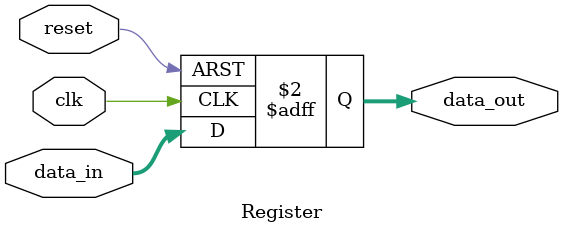
<source format=v>
`timescale 1ns/1 ps
module Register #(parameter DATA_WIDTH = 8) (
    input wire clk,
    input wire reset,
    input wire [DATA_WIDTH-1:0] data_in,
    output reg [DATA_WIDTH-1:0] data_out
);
    always @(posedge clk or posedge reset) begin
        if (reset)
            data_out <= 0;
        else
            data_out <= data_in;
    end
endmodule


</source>
